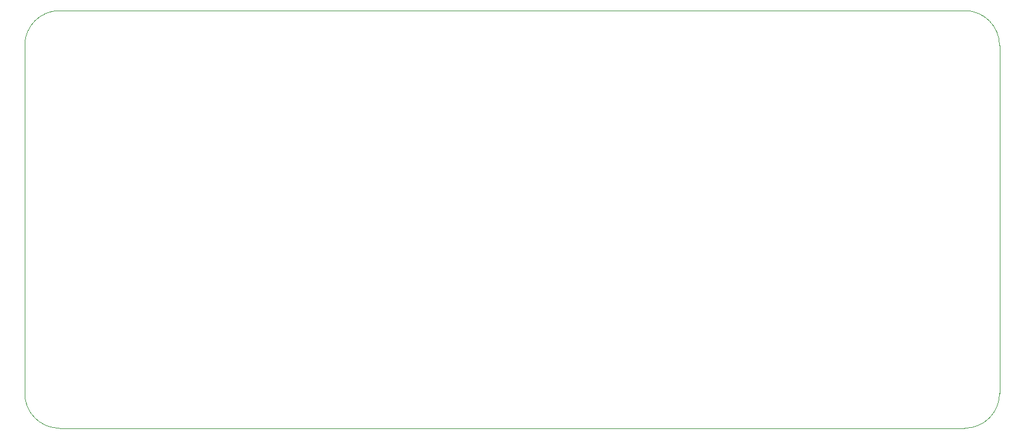
<source format=gbr>
%TF.GenerationSoftware,KiCad,Pcbnew,(6.0.7-1)-1*%
%TF.CreationDate,2022-12-12T00:26:17-05:00*%
%TF.ProjectId,HVPCB,48565043-422e-46b6-9963-61645f706362,rev?*%
%TF.SameCoordinates,Original*%
%TF.FileFunction,Profile,NP*%
%FSLAX46Y46*%
G04 Gerber Fmt 4.6, Leading zero omitted, Abs format (unit mm)*
G04 Created by KiCad (PCBNEW (6.0.7-1)-1) date 2022-12-12 00:26:17*
%MOMM*%
%LPD*%
G01*
G04 APERTURE LIST*
%TA.AperFunction,Profile*%
%ADD10C,0.100000*%
%TD*%
G04 APERTURE END LIST*
D10*
X219000000Y-68500000D02*
X219000000Y-118500000D01*
X84000000Y-63500000D02*
X214000000Y-63500000D01*
X79000000Y-118500000D02*
G75*
G03*
X84000000Y-123500000I5000000J0D01*
G01*
X84000000Y-63500000D02*
G75*
G03*
X79000000Y-68500000I0J-5000000D01*
G01*
X79000000Y-118500000D02*
X79000000Y-68500000D01*
X214000000Y-123500000D02*
G75*
G03*
X219000000Y-118500000I0J5000000D01*
G01*
X219000000Y-68500000D02*
G75*
G03*
X214000000Y-63500000I-5000000J0D01*
G01*
X214000000Y-123500000D02*
X84000000Y-123500000D01*
M02*

</source>
